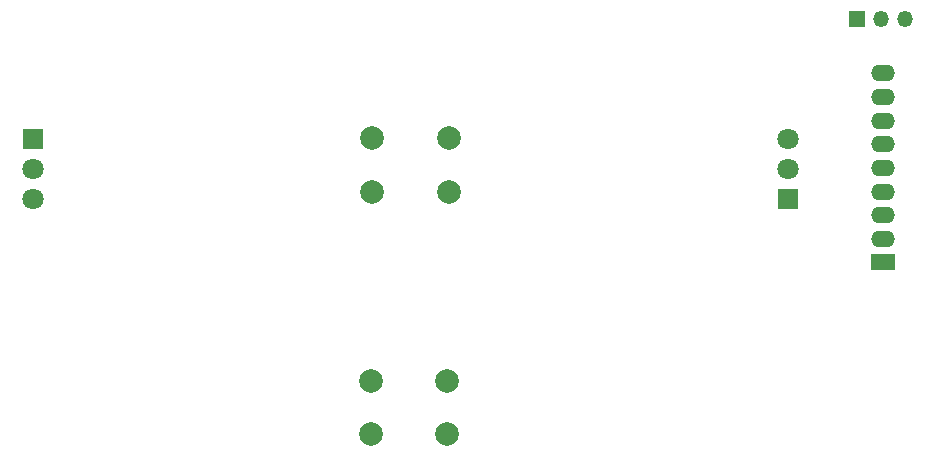
<source format=gbr>
%TF.GenerationSoftware,KiCad,Pcbnew,8.0.4*%
%TF.CreationDate,2024-08-22T22:34:45+01:00*%
%TF.ProjectId,XBox button board,58426f78-2062-4757-9474-6f6e20626f61,rev?*%
%TF.SameCoordinates,Original*%
%TF.FileFunction,Soldermask,Bot*%
%TF.FilePolarity,Negative*%
%FSLAX46Y46*%
G04 Gerber Fmt 4.6, Leading zero omitted, Abs format (unit mm)*
G04 Created by KiCad (PCBNEW 8.0.4) date 2024-08-22 22:34:45*
%MOMM*%
%LPD*%
G01*
G04 APERTURE LIST*
%ADD10C,2.000000*%
%ADD11R,1.800000X1.800000*%
%ADD12C,1.800000*%
%ADD13R,1.350000X1.350000*%
%ADD14O,1.350000X1.350000*%
%ADD15R,2.000000X1.400000*%
%ADD16O,2.000000X1.400000*%
G04 APERTURE END LIST*
D10*
%TO.C,EJECT*%
X147510830Y-94700000D03*
X141010830Y-94700000D03*
X147510830Y-90200000D03*
X141010830Y-90200000D03*
%TD*%
D11*
%TO.C,D1*%
X112308830Y-90279000D03*
D12*
X112308830Y-92819000D03*
X112308830Y-95359000D03*
%TD*%
D13*
%TO.C,J2*%
X182110830Y-80100000D03*
D14*
X184110830Y-80100000D03*
X186110830Y-80100000D03*
%TD*%
D15*
%TO.C,J1*%
X184317830Y-100693000D03*
D16*
X184317830Y-98693000D03*
X184317830Y-96693000D03*
X184317830Y-94693000D03*
X184317830Y-92693000D03*
X184317830Y-90693000D03*
X184317830Y-88693000D03*
X184317830Y-86693000D03*
X184317830Y-84693000D03*
%TD*%
D10*
%TO.C,POWER*%
X140910830Y-110750000D03*
X147410830Y-110750000D03*
X140910830Y-115250000D03*
X147410830Y-115250000D03*
%TD*%
D11*
%TO.C,D2*%
X176250000Y-95330000D03*
D12*
X176250000Y-92790000D03*
X176250000Y-90250000D03*
%TD*%
M02*

</source>
